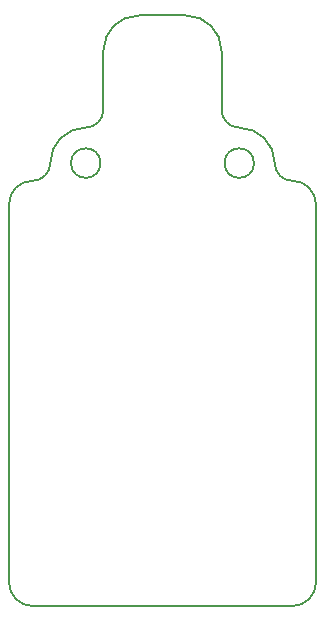
<source format=gm1>
G04 #@! TF.GenerationSoftware,KiCad,Pcbnew,9.0.3-9.0.3-0~ubuntu24.04.1*
G04 #@! TF.CreationDate,2025-08-01T09:32:51+02:00*
G04 #@! TF.ProjectId,PicoBalloon,5069636f-4261-46c6-9c6f-6f6e2e6b6963,rev?*
G04 #@! TF.SameCoordinates,Original*
G04 #@! TF.FileFunction,Profile,NP*
%FSLAX46Y46*%
G04 Gerber Fmt 4.6, Leading zero omitted, Abs format (unit mm)*
G04 Created by KiCad (PCBNEW 9.0.3-9.0.3-0~ubuntu24.04.1) date 2025-08-01 09:32:51*
%MOMM*%
%LPD*%
G01*
G04 APERTURE LIST*
G04 #@! TA.AperFunction,Profile*
%ADD10C,0.200000*%
G04 #@! TD*
G04 APERTURE END LIST*
D10*
X152799999Y-77900000D02*
G75*
G02*
X155800000Y-80900001I1J-3000000D01*
G01*
X157300000Y-87400000D02*
G75*
G02*
X155800000Y-85899999I0J1500000D01*
G01*
X145800000Y-85900000D02*
G75*
G02*
X144300000Y-87400000I-1500000J0D01*
G01*
X141300000Y-90400000D02*
G75*
G02*
X144300000Y-87400000I3000000J0D01*
G01*
X155800000Y-80900001D02*
X155800000Y-85899999D01*
X157300000Y-87400000D02*
G75*
G02*
X160300000Y-90400000I0J-3000000D01*
G01*
X161800000Y-91900000D02*
G75*
G02*
X160300000Y-90400000I0J1500000D01*
G01*
X139800000Y-127900000D02*
G75*
G02*
X137800000Y-125900000I0J2000000D01*
G01*
X158550000Y-90400000D02*
G75*
G02*
X156050000Y-90400000I-1250000J0D01*
G01*
X156050000Y-90400000D02*
G75*
G02*
X158550000Y-90400000I1250000J0D01*
G01*
X141300000Y-90400000D02*
G75*
G02*
X139800000Y-91900000I-1500000J0D01*
G01*
X137800000Y-93900000D02*
G75*
G02*
X139800000Y-91900000I2000000J0D01*
G01*
X145800000Y-80900000D02*
G75*
G02*
X148800000Y-77900000I3000000J0D01*
G01*
X139800000Y-127900000D02*
X161800002Y-127900000D01*
X163800000Y-125900001D02*
G75*
G02*
X161800002Y-127900000I-2000000J1D01*
G01*
X148800000Y-77900000D02*
X152799999Y-77900000D01*
X163800000Y-93899998D02*
X163800000Y-125900001D01*
X137800000Y-93900000D02*
X137800000Y-125900000D01*
X161800000Y-91900000D02*
G75*
G02*
X163800000Y-93899998I0J-2000000D01*
G01*
X145800000Y-80900000D02*
X145800000Y-85900000D01*
X145550000Y-90400000D02*
G75*
G02*
X143050000Y-90400000I-1250000J0D01*
G01*
X143050000Y-90400000D02*
G75*
G02*
X145550000Y-90400000I1250000J0D01*
G01*
M02*

</source>
